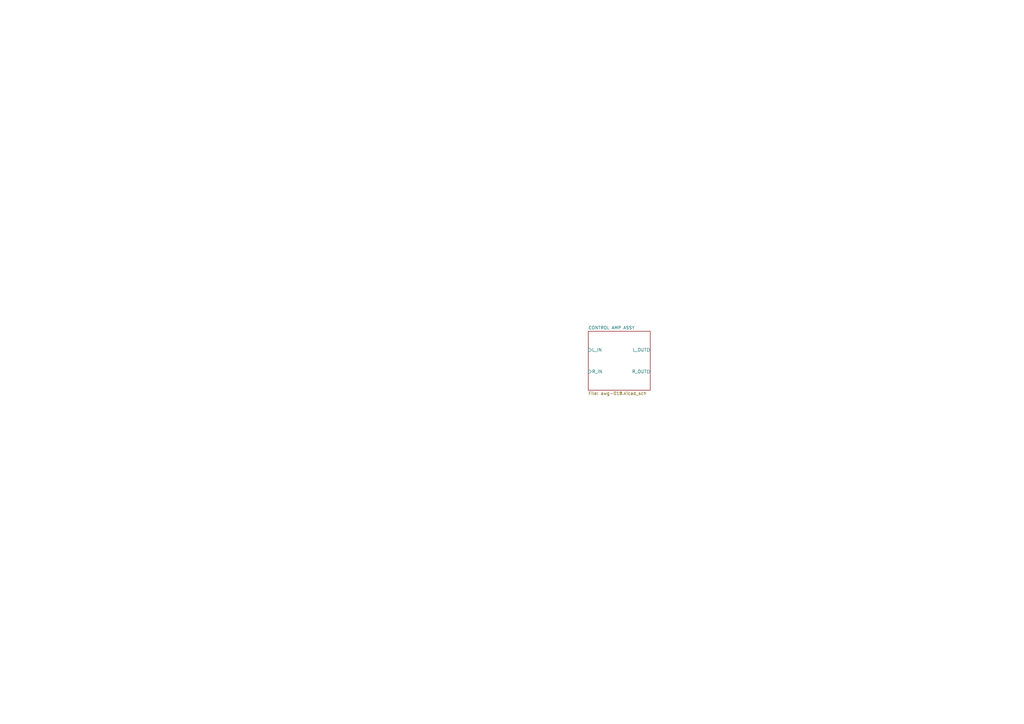
<source format=kicad_sch>
(kicad_sch
	(version 20231120)
	(generator "eeschema")
	(generator_version "8.0")
	(uuid "d61882cf-072e-439e-9f56-b3600230bffa")
	(paper "A3")
	(lib_symbols)
	(sheet
		(at 241.3 135.89)
		(size 25.4 24.13)
		(fields_autoplaced yes)
		(stroke
			(width 0.1524)
			(type solid)
		)
		(fill
			(color 0 0 0 0.0000)
		)
		(uuid "fcce79f0-fd73-4e8e-8e3f-b026c6dd0ea6")
		(property "Sheetname" "CONTROL AMP ASSY"
			(at 241.3 135.1784 0)
			(effects
				(font
					(size 1.27 1.27)
				)
				(justify left bottom)
			)
		)
		(property "Sheetfile" "awg-018.kicad_sch"
			(at 241.3 160.6046 0)
			(effects
				(font
					(size 1.27 1.27)
				)
				(justify left top)
			)
		)
		(pin "R_OUT" output
			(at 266.7 152.4 0)
			(effects
				(font
					(size 1.27 1.27)
				)
				(justify right)
			)
			(uuid "cc255c06-50df-4834-bbea-adba6bc68740")
		)
		(pin "R_IN" input
			(at 241.3 152.4 180)
			(effects
				(font
					(size 1.27 1.27)
				)
				(justify left)
			)
			(uuid "cf3961b7-da1c-4a2e-ad99-dbca7c23a6e1")
		)
		(pin "L_IN" input
			(at 241.3 143.51 180)
			(effects
				(font
					(size 1.27 1.27)
				)
				(justify left)
			)
			(uuid "565e10e7-0cfb-48f5-9d76-88895b90daff")
		)
		(pin "L_OUT" output
			(at 266.7 143.51 0)
			(effects
				(font
					(size 1.27 1.27)
				)
				(justify right)
			)
			(uuid "ffdeadd3-a814-46f1-aea0-877badaffd0b")
		)
		(instances
			(project "pioneer-sa9100"
				(path "/d61882cf-072e-439e-9f56-b3600230bffa"
					(page "2")
				)
			)
		)
	)
	(sheet_instances
		(path "/"
			(page "1")
		)
	)
)

</source>
